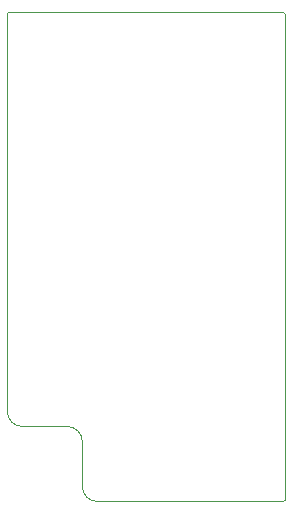
<source format=gbr>
%TF.GenerationSoftware,KiCad,Pcbnew,(5.1.6)-1*%
%TF.CreationDate,2021-06-22T07:47:15-05:00*%
%TF.ProjectId,Sapphire_AnalogMic,53617070-6869-4726-955f-416e616c6f67,rev?*%
%TF.SameCoordinates,Original*%
%TF.FileFunction,Profile,NP*%
%FSLAX46Y46*%
G04 Gerber Fmt 4.6, Leading zero omitted, Abs format (unit mm)*
G04 Created by KiCad (PCBNEW (5.1.6)-1) date 2021-06-22 07:47:15*
%MOMM*%
%LPD*%
G01*
G04 APERTURE LIST*
%TA.AperFunction,Profile*%
%ADD10C,0.050000*%
%TD*%
G04 APERTURE END LIST*
D10*
X109220000Y-93345000D02*
G75*
G02*
X109347000Y-93218000I127000J0D01*
G01*
X132588000Y-93218000D02*
G75*
G02*
X132715000Y-93345000I0J-127000D01*
G01*
X132715000Y-134493000D02*
G75*
G02*
X132588000Y-134620000I-127000J0D01*
G01*
X115570000Y-129540000D02*
X115570000Y-133350000D01*
X110490000Y-128270000D02*
X114300000Y-128270000D01*
X114300000Y-128270000D02*
G75*
G02*
X115570000Y-129540000I0J-1270000D01*
G01*
X110490000Y-128270000D02*
G75*
G02*
X109220000Y-127000000I0J1270000D01*
G01*
X116840000Y-134620000D02*
G75*
G02*
X115570000Y-133350000I0J1270000D01*
G01*
X109220000Y-93345000D02*
X109220000Y-100965000D01*
X132715000Y-100965000D02*
X132715000Y-93345000D01*
X109347000Y-93218000D02*
X132588000Y-93218000D01*
X116840000Y-134620000D02*
X132588000Y-134620000D01*
X109220000Y-127000000D02*
X109220000Y-100965000D01*
X132715000Y-134493000D02*
X132715000Y-100965000D01*
M02*

</source>
